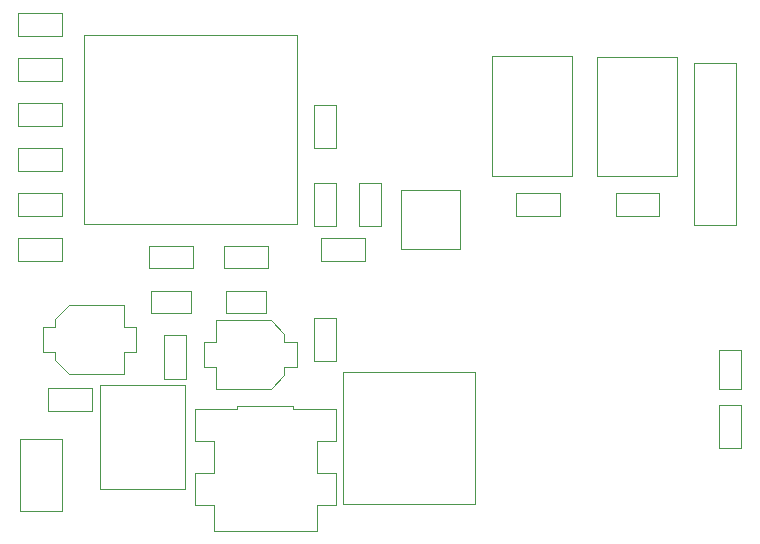
<source format=gbr>
G04 #@! TF.GenerationSoftware,KiCad,Pcbnew,(5.1.5-0-10_14)*
G04 #@! TF.CreationDate,2020-02-14T11:25:06+01:00*
G04 #@! TF.ProjectId,EDS_ALARM,4544535f-414c-4415-924d-2e6b69636164,rev?*
G04 #@! TF.SameCoordinates,Original*
G04 #@! TF.FileFunction,Other,User*
%FSLAX46Y46*%
G04 Gerber Fmt 4.6, Leading zero omitted, Abs format (unit mm)*
G04 Created by KiCad (PCBNEW (5.1.5-0-10_14)) date 2020-02-14 11:25:06*
%MOMM*%
%LPD*%
G04 APERTURE LIST*
%ADD10C,0.050000*%
%ADD11C,0.120000*%
%ADD12C,0.100000*%
G04 APERTURE END LIST*
D10*
X183189000Y-93665000D02*
X186889000Y-93665000D01*
X183189000Y-95565000D02*
X183189000Y-93665000D01*
X186889000Y-95565000D02*
X183189000Y-95565000D01*
X186889000Y-93665000D02*
X186889000Y-95565000D01*
D11*
X195690000Y-75820000D02*
X195690000Y-91820000D01*
X195690000Y-91820000D02*
X177690000Y-91820000D01*
X177690000Y-91820000D02*
X177690000Y-75820000D01*
X177690000Y-75820000D02*
X195690000Y-75820000D01*
D10*
X186370000Y-104965000D02*
X184470000Y-104965000D01*
X184470000Y-104965000D02*
X184470000Y-101265000D01*
X184470000Y-101265000D02*
X186370000Y-101265000D01*
X186370000Y-101265000D02*
X186370000Y-104965000D01*
X195720000Y-101820000D02*
X194670000Y-101820000D01*
X195720000Y-103920000D02*
X195720000Y-101820000D01*
X194670000Y-103920000D02*
X195720000Y-103920000D01*
X194670000Y-101820000D02*
X194670000Y-101120000D01*
X194670000Y-104620000D02*
X194670000Y-103920000D01*
X194670000Y-104620000D02*
X193520000Y-105770000D01*
X194670000Y-101120000D02*
X193520000Y-99970000D01*
X193520000Y-105770000D02*
X188870000Y-105770000D01*
X193520000Y-99970000D02*
X188870000Y-99970000D01*
X188870000Y-101820000D02*
X188870000Y-99970000D01*
X187820000Y-101820000D02*
X188870000Y-101820000D01*
X187820000Y-103920000D02*
X187820000Y-101820000D01*
X188870000Y-103920000D02*
X187820000Y-103920000D01*
X188870000Y-105770000D02*
X188870000Y-103920000D01*
X199070000Y-99750000D02*
X199070000Y-103450000D01*
X197170000Y-99750000D02*
X199070000Y-99750000D01*
X197170000Y-103450000D02*
X197170000Y-99750000D01*
X199070000Y-103450000D02*
X197170000Y-103450000D01*
X181040000Y-98700000D02*
X181040000Y-100550000D01*
X181040000Y-100550000D02*
X182090000Y-100550000D01*
X182090000Y-100550000D02*
X182090000Y-102650000D01*
X182090000Y-102650000D02*
X181040000Y-102650000D01*
X181040000Y-102650000D02*
X181040000Y-104500000D01*
X176390000Y-104500000D02*
X181040000Y-104500000D01*
X176390000Y-98700000D02*
X181040000Y-98700000D01*
X175240000Y-103350000D02*
X176390000Y-104500000D01*
X175240000Y-99850000D02*
X176390000Y-98700000D01*
X175240000Y-99850000D02*
X175240000Y-100550000D01*
X175240000Y-102650000D02*
X175240000Y-103350000D01*
X175240000Y-100550000D02*
X174190000Y-100550000D01*
X174190000Y-100550000D02*
X174190000Y-102650000D01*
X174190000Y-102650000D02*
X175240000Y-102650000D01*
X178380000Y-105730000D02*
X178380000Y-107630000D01*
X178380000Y-107630000D02*
X174680000Y-107630000D01*
X174680000Y-107630000D02*
X174680000Y-105730000D01*
X174680000Y-105730000D02*
X178380000Y-105730000D01*
X175840000Y-81600000D02*
X175840000Y-83500000D01*
X175840000Y-83500000D02*
X172140000Y-83500000D01*
X172140000Y-83500000D02*
X172140000Y-81600000D01*
X172140000Y-81600000D02*
X175840000Y-81600000D01*
X172140000Y-77790000D02*
X175840000Y-77790000D01*
X172140000Y-79690000D02*
X172140000Y-77790000D01*
X175840000Y-79690000D02*
X172140000Y-79690000D01*
X175840000Y-77790000D02*
X175840000Y-79690000D01*
X175840000Y-85410000D02*
X175840000Y-87310000D01*
X175840000Y-87310000D02*
X172140000Y-87310000D01*
X172140000Y-87310000D02*
X172140000Y-85410000D01*
X172140000Y-85410000D02*
X175840000Y-85410000D01*
X172140000Y-89220000D02*
X175840000Y-89220000D01*
X172140000Y-91120000D02*
X172140000Y-89220000D01*
X175840000Y-91120000D02*
X172140000Y-91120000D01*
X175840000Y-89220000D02*
X175840000Y-91120000D01*
X175840000Y-93030000D02*
X175840000Y-94930000D01*
X175840000Y-94930000D02*
X172140000Y-94930000D01*
X172140000Y-94930000D02*
X172140000Y-93030000D01*
X172140000Y-93030000D02*
X175840000Y-93030000D01*
X197170000Y-85425000D02*
X197170000Y-81725000D01*
X199070000Y-85425000D02*
X197170000Y-85425000D01*
X199070000Y-81725000D02*
X199070000Y-85425000D01*
X197170000Y-81725000D02*
X199070000Y-81725000D01*
X226395000Y-89220000D02*
X226395000Y-91120000D01*
X226395000Y-91120000D02*
X222695000Y-91120000D01*
X222695000Y-91120000D02*
X222695000Y-89220000D01*
X222695000Y-89220000D02*
X226395000Y-89220000D01*
X197785000Y-93030000D02*
X201485000Y-93030000D01*
X197785000Y-94930000D02*
X197785000Y-93030000D01*
X201485000Y-94930000D02*
X197785000Y-94930000D01*
X201485000Y-93030000D02*
X201485000Y-94930000D01*
X199070000Y-88320000D02*
X199070000Y-92020000D01*
X197170000Y-88320000D02*
X199070000Y-88320000D01*
X197170000Y-92020000D02*
X197170000Y-88320000D01*
X199070000Y-92020000D02*
X197170000Y-92020000D01*
X202880000Y-92020000D02*
X200980000Y-92020000D01*
X200980000Y-92020000D02*
X200980000Y-88320000D01*
X200980000Y-88320000D02*
X202880000Y-88320000D01*
X202880000Y-88320000D02*
X202880000Y-92020000D01*
X195390000Y-107250000D02*
X190690000Y-107250000D01*
X195390000Y-107500000D02*
X195390000Y-107250000D01*
X197390000Y-112950000D02*
X198990000Y-112950000D01*
X197390000Y-115650000D02*
X198990000Y-115650000D01*
X197390000Y-117800000D02*
X197390000Y-115650000D01*
X188690000Y-117800000D02*
X197390000Y-117800000D01*
X198990000Y-107500000D02*
X195390000Y-107500000D01*
X198990000Y-112950000D02*
X198990000Y-115650000D01*
X197390000Y-110200000D02*
X197390000Y-112950000D01*
X197390000Y-110200000D02*
X198990000Y-110200000D01*
X198990000Y-107500000D02*
X198990000Y-110200000D01*
X190690000Y-107500000D02*
X190690000Y-107250000D01*
X187090000Y-107500000D02*
X190690000Y-107500000D01*
X187090000Y-107500000D02*
X187090000Y-110200000D01*
X188690000Y-110200000D02*
X187090000Y-110200000D01*
X188690000Y-110200000D02*
X188690000Y-112950000D01*
X188690000Y-112950000D02*
X187090000Y-112950000D01*
X187090000Y-112950000D02*
X187090000Y-115650000D01*
X188690000Y-115650000D02*
X187090000Y-115650000D01*
X188690000Y-117800000D02*
X188690000Y-115650000D01*
X204510000Y-88940000D02*
X204510000Y-93940000D01*
X204510000Y-93940000D02*
X209510000Y-93940000D01*
X209510000Y-93940000D02*
X209510000Y-88940000D01*
X209510000Y-88940000D02*
X204510000Y-88940000D01*
X175840000Y-73980000D02*
X175840000Y-75880000D01*
X175840000Y-75880000D02*
X172140000Y-75880000D01*
X172140000Y-75880000D02*
X172140000Y-73980000D01*
X172140000Y-73980000D02*
X175840000Y-73980000D01*
X179040000Y-105480000D02*
X179040000Y-114280000D01*
X186240000Y-105480000D02*
X179040000Y-105480000D01*
X186240000Y-114280000D02*
X186240000Y-105480000D01*
X179040000Y-114280000D02*
X186240000Y-114280000D01*
X186719000Y-99375000D02*
X183359000Y-99375000D01*
X186719000Y-97475000D02*
X186719000Y-99375000D01*
X183359000Y-97475000D02*
X186719000Y-97475000D01*
X183359000Y-99375000D02*
X183359000Y-97475000D01*
X189709000Y-99375000D02*
X189709000Y-97475000D01*
X189709000Y-97475000D02*
X193069000Y-97475000D01*
X193069000Y-97475000D02*
X193069000Y-99375000D01*
X193069000Y-99375000D02*
X189709000Y-99375000D01*
X227900000Y-77670000D02*
X221100000Y-77670000D01*
X221100000Y-87770000D02*
X227900000Y-87770000D01*
X227900000Y-87770000D02*
X227900000Y-77670000D01*
X221100000Y-87770000D02*
X221100000Y-77670000D01*
D12*
X199610000Y-115560000D02*
X210810000Y-115560000D01*
X210810000Y-115560000D02*
X210810000Y-104360000D01*
X210810000Y-104360000D02*
X199610000Y-104360000D01*
X199610000Y-104360000D02*
X199610000Y-115560000D01*
D10*
X231460000Y-102460000D02*
X233360000Y-102460000D01*
X233360000Y-102460000D02*
X233360000Y-105820000D01*
X233360000Y-105820000D02*
X231460000Y-105820000D01*
X231460000Y-105820000D02*
X231460000Y-102460000D01*
X229340000Y-78210000D02*
X232890000Y-78210000D01*
X232890000Y-78210000D02*
X232890000Y-91910000D01*
X232890000Y-91910000D02*
X229340000Y-91910000D01*
X229340000Y-91910000D02*
X229340000Y-78210000D01*
X175790000Y-116100000D02*
X172240000Y-116100000D01*
X172240000Y-116100000D02*
X172240000Y-110000000D01*
X172240000Y-110000000D02*
X175790000Y-110000000D01*
X175790000Y-110000000D02*
X175790000Y-116100000D01*
X193239000Y-93665000D02*
X193239000Y-95565000D01*
X193239000Y-95565000D02*
X189539000Y-95565000D01*
X189539000Y-95565000D02*
X189539000Y-93665000D01*
X189539000Y-93665000D02*
X193239000Y-93665000D01*
X214295000Y-89220000D02*
X217995000Y-89220000D01*
X214295000Y-91120000D02*
X214295000Y-89220000D01*
X217995000Y-91120000D02*
X214295000Y-91120000D01*
X217995000Y-89220000D02*
X217995000Y-91120000D01*
X231460000Y-107125000D02*
X233360000Y-107125000D01*
X233360000Y-107125000D02*
X233360000Y-110825000D01*
X233360000Y-110825000D02*
X231460000Y-110825000D01*
X231460000Y-110825000D02*
X231460000Y-107125000D01*
X219010000Y-77627000D02*
X212210000Y-77627000D01*
X212210000Y-87727000D02*
X219010000Y-87727000D01*
X219010000Y-87727000D02*
X219010000Y-77627000D01*
X212210000Y-87727000D02*
X212210000Y-77627000D01*
M02*

</source>
